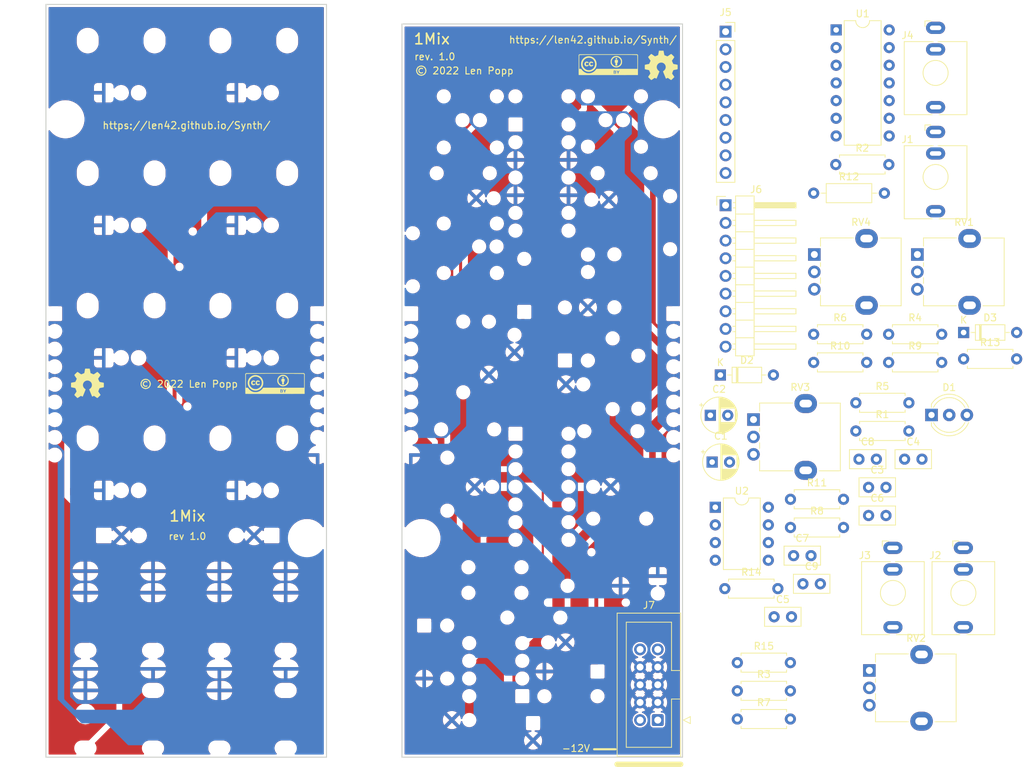
<source format=kicad_pcb>
(kicad_pcb (version 20211014) (generator pcbnew)
  (title_block (title "Eurorack Mixer") (date "2022-11-13") (rev "1.0") (company "Len Popp") (comment 1 "Copyright © 2022 Len Popp CC BY") (comment 2 "Board settings comply with requirements of OSH Park https://oshpark.com/") (comment 3 "Eurorack 3:1 mixer module - 4HP"))
  (layers (0 "F.Cu" signal) (31 "B.Cu" signal) (36 "B.SilkS" user "B.Silkscreen") (37 "F.SilkS" user "F.Silkscreen") (38 "B.Mask" user) (39 "F.Mask" user) (44 "Edge.Cuts" user))
  (net 0 "")
  (net 1 "+12V")
  (net 2 "GND")
  (net 3 "-12V")
  (net 4 "GAIN")
  (net 5 "Net-(C9-Pad1)")
  (net 6 "Net-(C7-Pad1)")
  (net 7 "Net-(C8-Pad1)")
  (net 8 "Net-(C9-Pad2)")
  (net 9 "LED-RED")
  (net 10 "LED-GREEN")
  (net 11 "IN-1")
  (net 12 "IN-2")
  (net 13 "IN-3")
  (net 14 "OUT")
  (net 15 "IN-ATTEN-1")
  (net 16 "IN-ATTEN-2")
  (net 17 "IN-ATTEN-3")
  (net 18 "GAIN-ATTEN")
  (net 19 "Net-(R13-Pad1)")
  (net 20 "Net-(R14-Pad1)")
  (net 21 "Net-(R15-Pad1)")
  (net 25 "VREF-5")
  (net 26 "VREF-4")
  (net 27 "VREF-LO")
  (footprint "-lmp-misc:Logo_CC_BY" (layer "F.Cu") (at 181.102 45.481)
    (fp_text reference "G1" hide)
    (fp_text value "Logo_CC_BY" hide)
  )
  (footprint "-lmp-misc:Logo_OSHW" (layer "F.Cu") (at 188.722 45.608)
    (fp_text reference "G3" hide)
    (fp_text value "Logo_OSHW" hide)
  )
  (footprint "-lmp-misc:Logo_CC_BY" (layer "F.Cu") (at 133.223 91.313)
    (fp_text reference "G2" hide)
    (fp_text value "Logo_CC_BY" hide)
  )
  (footprint "-lmp-misc:Logo_OSHW" (layer "F.Cu") (at 106.299 91.313)
    (fp_text reference "G4" hide)
    (fp_text value "Logo_OSHW" hide)
  )
  (footprint "-lmp-misc:R_Axial_DIN0207_L6.3mm_D2.5mm_P7.62mm_Horizontal" (layer "F.Cu") (at 199.644 131.445)
    (fp_text reference "R15" (at 3.81 -2.37) (layer "F.SilkS"))
    (fp_text value "4K7")
    (pad "1" thru_hole circle locked (at 0 0) (size 1.6 1.6) (drill 0.8) (layers *.Cu *.Mask) (net 21 "Net-(R15-Pad1)"))
    (pad "2" thru_hole oval locked (at 7.62 0) (size 1.6 1.6) (drill 0.8) (layers *.Cu *.Mask) (net 9 "LED-RED"))
  )
  (footprint "-lmp-misc:C_Disc_D5.0mm_W2.5mm_P2.50mm" (layer "F.Cu") (at 218.499 106.243)
    (fp_text reference "C3" (at 1.25 -2.5) (layer "F.SilkS"))
    (fp_text value "100N")
    (pad "1" thru_hole circle locked (at 0 0) (size 1.6 1.6) (drill 0.8) (layers *.Cu *.Mask) (net 1 "+12V"))
    (pad "2" thru_hole circle locked (at 2.5 0) (size 1.6 1.6) (drill 0.8) (layers *.Cu *.Mask) (net 2 "GND"))
  )
  (footprint "-lmp-synth:Jack_3.5mm_QingPu_WQP-PJ398SM_Vertical" (layer "F.Cu") (at 232.116 114.945)
    (fp_text reference "J2" (at -4.03 1.08 180) (layer "F.SilkS"))
    (fp_text value "WQP-PJ398")
    (pad "S" thru_hole oval (at 0 0 180) (size 2.75 1.75) (drill oval 1.65 0.65) (layers *.Cu *.Mask) (net 2 "GND"))
    (pad "T" thru_hole oval (at 0 11.4 180) (size 2.75 1.75) (drill oval 1.65 0.65) (layers *.Cu *.Mask) (net 12 "IN-2"))
    (pad "TN" thru_hole oval (at 0 3.1 180) (size 2.75 1.75) (drill oval 1.65 0.65) (layers *.Cu *.Mask) (net 2 "GND"))
  )
  (footprint "-lmp-misc:R_Axial_DIN0207_L6.3mm_D2.5mm_P7.62mm_Horizontal" (layer "F.Cu") (at 210.609225 88.287)
    (fp_text reference "R10" (at 3.81 -2.37) (layer "F.SilkS"))
    (fp_text value "100K")
    (pad "1" thru_hole circle locked (at 0 0) (size 1.6 1.6) (drill 0.8) (layers *.Cu *.Mask) (net 18 "GAIN-ATTEN"))
    (pad "2" thru_hole oval locked (at 7.62 0) (size 1.6 1.6) (drill 0.8) (layers *.Cu *.Mask) (net 5 "Net-(C9-Pad1)"))
  )
  (footprint "Connector_PinSocket_2.54mm:PinSocket_1x09_P2.54mm_Vertical" (layer "F.Cu") (at 197.959225 40.747)
    (fp_text reference "J5" (at 0 -2.77) (layer "F.SilkS"))
    (fp_text value "Conn_PCB_Front")
    (pad "1" thru_hole rect (at 0 0) (size 1.7 1.7) (drill 1) (layers *.Cu *.Mask) (net 15 "IN-ATTEN-1"))
    (pad "2" thru_hole oval (at 0 2.54) (size 1.7 1.7) (drill 1) (layers *.Cu *.Mask) (net 16 "IN-ATTEN-2"))
    (pad "3" thru_hole oval (at 0 5.08) (size 1.7 1.7) (drill 1) (layers *.Cu *.Mask) (net 17 "IN-ATTEN-3"))
    (pad "4" thru_hole oval (at 0 7.62) (size 1.7 1.7) (drill 1) (layers *.Cu *.Mask) (net 4 "GAIN"))
    (pad "5" thru_hole oval (at 0 10.16) (size 1.7 1.7) (drill 1) (layers *.Cu *.Mask) (net 18 "GAIN-ATTEN"))
    (pad "6" thru_hole oval (at 0 12.7) (size 1.7 1.7) (drill 1) (layers *.Cu *.Mask) (net 10 "LED-GREEN"))
    (pad "7" thru_hole oval (at 0 15.24) (size 1.7 1.7) (drill 1) (layers *.Cu *.Mask) (net 9 "LED-RED"))
    (pad "8" thru_hole oval (at 0 17.78) (size 1.7 1.7) (drill 1) (layers *.Cu *.Mask) (net 14 "OUT"))
    (pad "9" thru_hole oval (at 0 20.32) (size 1.7 1.7) (drill 1) (layers *.Cu *.Mask) (net 2 "GND"))
  )
  (footprint "Package_DIP:DIP-8_W7.62mm" (layer "F.Cu") (at 196.479 109.103)
    (fp_text reference "U2" (at 3.81 -2.33) (layer "F.SilkS"))
    (fp_text value "TL071")
    (pad "1" thru_hole rect (at 0 0) (size 1.6 1.6) (drill 0.8) (layers *.Cu *.Mask))
    (pad "2" thru_hole oval (at 0 2.54) (size 1.6 1.6) (drill 0.8) (layers *.Cu *.Mask) (net 26 "VREF-4"))
    (pad "3" thru_hole oval (at 0 5.08) (size 1.6 1.6) (drill 0.8) (layers *.Cu *.Mask) (net 7 "Net-(C8-Pad1)"))
    (pad "4" thru_hole oval (at 0 7.62) (size 1.6 1.6) (drill 0.8) (layers *.Cu *.Mask) (net 3 "-12V"))
    (pad "5" thru_hole oval (at 7.62 7.62) (size 1.6 1.6) (drill 0.8) (layers *.Cu *.Mask))
    (pad "6" thru_hole oval (at 7.62 5.08) (size 1.6 1.6) (drill 0.8) (layers *.Cu *.Mask) (net 21 "Net-(R15-Pad1)"))
    (pad "7" thru_hole oval (at 7.62 2.54) (size 1.6 1.6) (drill 0.8) (layers *.Cu *.Mask) (net 1 "+12V"))
    (pad "8" thru_hole oval (at 7.62 0) (size 1.6 1.6) (drill 0.8) (layers *.Cu *.Mask))
  )
  (footprint "Package_DIP:DIP-14_W7.62mm" (layer "F.Cu") (at 213.839225 40.497)
    (fp_text reference "U1" (at 3.81 -2.33) (layer "F.SilkS"))
    (fp_text value "TL074")
    (pad "1" thru_hole rect (at 0 0) (size 1.6 1.6) (drill 0.8) (layers *.Cu *.Mask) (net 4 "GAIN"))
    (pad "2" thru_hole oval (at 0 2.54) (size 1.6 1.6) (drill 0.8) (layers *.Cu *.Mask) (net 6 "Net-(C7-Pad1)"))
    (pad "3" thru_hole oval (at 0 5.08) (size 1.6 1.6) (drill 0.8) (layers *.Cu *.Mask) (net 2 "GND"))
    (pad "4" thru_hole oval (at 0 7.62) (size 1.6 1.6) (drill 0.8) (layers *.Cu *.Mask) (net 1 "+12V"))
    (pad "5" thru_hole oval (at 0 10.16) (size 1.6 1.6) (drill 0.8) (layers *.Cu *.Mask) (net 7 "Net-(C8-Pad1)"))
    (pad "6" thru_hole oval (at 0 12.7) (size 1.6 1.6) (drill 0.8) (layers *.Cu *.Mask) (net 27 "VREF-LO"))
    (pad "7" thru_hole oval (at 0 15.24) (size 1.6 1.6) (drill 0.8) (layers *.Cu *.Mask) (net 20 "Net-(R14-Pad1)"))
    (pad "8" thru_hole oval (at 7.62 15.24) (size 1.6 1.6) (drill 0.8) (layers *.Cu *.Mask) (net 19 "Net-(R13-Pad1)"))
    (pad "9" thru_hole oval (at 7.62 12.7) (size 1.6 1.6) (drill 0.8) (layers *.Cu *.Mask) (net 7 "Net-(C8-Pad1)"))
    (pad "10" thru_hole oval (at 7.62 10.16) (size 1.6 1.6) (drill 0.8) (layers *.Cu *.Mask) (net 25 "VREF-5"))
    (pad "11" thru_hole oval (at 7.62 7.62) (size 1.6 1.6) (drill 0.8) (layers *.Cu *.Mask) (net 3 "-12V"))
    (pad "12" thru_hole oval (at 7.62 5.08) (size 1.6 1.6) (drill 0.8) (layers *.Cu *.Mask) (net 2 "GND"))
    (pad "13" thru_hole oval (at 7.62 2.54) (size 1.6 1.6) (drill 0.8) (layers *.Cu *.Mask) (net 5 "Net-(C9-Pad1)"))
    (pad "14" thru_hole oval (at 7.62 0) (size 1.6 1.6) (drill 0.8) (layers *.Cu *.Mask) (net 8 "Net-(C9-Pad2)"))
  )
  (footprint "-lmp-misc:R_Axial_DIN0207_L6.3mm_D2.5mm_P7.62mm_Horizontal" (layer "F.Cu") (at 210.609225 84.237)
    (fp_text reference "R6" (at 3.81 -2.37) (layer "F.SilkS"))
    (fp_text value "100K")
    (pad "1" thru_hole circle locked (at 0 0) (size 1.6 1.6) (drill 0.8) (layers *.Cu *.Mask) (net 16 "IN-ATTEN-2"))
    (pad "2" thru_hole oval locked (at 7.62 0) (size 1.6 1.6) (drill 0.8) (layers *.Cu *.Mask) (net 6 "Net-(C7-Pad1)"))
  )
  (footprint "-lmp-misc:C_Disc_D5.0mm_W2.5mm_P2.50mm" (layer "F.Cu") (at 204.929 124.853)
    (fp_text reference "C5" (at 1.25 -2.5) (layer "F.SilkS"))
    (fp_text value "100N")
    (pad "1" thru_hole circle locked (at 0 0) (size 1.6 1.6) (drill 0.8) (layers *.Cu *.Mask) (net 1 "+12V"))
    (pad "2" thru_hole circle locked (at 2.5 0) (size 1.6 1.6) (drill 0.8) (layers *.Cu *.Mask) (net 2 "GND"))
  )
  (footprint "-lmp-misc:R_Axial_DIN0207_L6.3mm_D2.5mm_P7.62mm_Horizontal" (layer "F.Cu") (at 207.279 112.013)
    (fp_text reference "R8" (at 3.81 -2.37) (layer "F.SilkS"))
    (fp_text value "100K")
    (pad "1" thru_hole circle locked (at 0 0) (size 1.6 1.6) (drill 0.8) (layers *.Cu *.Mask) (net 6 "Net-(C7-Pad1)"))
    (pad "2" thru_hole oval locked (at 7.62 0) (size 1.6 1.6) (drill 0.8) (layers *.Cu *.Mask) (net 4 "GAIN"))
  )
  (footprint "Diode_THT:D_DO-35_SOD27_P7.62mm_Horizontal" (layer "F.Cu") (at 197.209225 90.097)
    (fp_text reference "D2" (at 3.81 -2.12) (layer "F.SilkS"))
    (fp_text value "1N4148")
    (fp_text user "K" (at 0 -1.8) (layer "F.SilkS"))
    (pad "1" thru_hole rect (at 0 0) (size 1.6 1.6) (drill 0.8) (layers *.Cu *.Mask) (net 7 "Net-(C8-Pad1)"))
    (pad "2" thru_hole oval (at 7.62 0) (size 1.6 1.6) (drill 0.8) (layers *.Cu *.Mask) (net 8 "Net-(C9-Pad2)"))
  )
  (footprint "-lmp-misc:CP_Radial_D5.0mm_P2.50mm" (layer "F.Cu") (at 195.771888 95.885)
    (fp_text reference "C2" (at 1.25 -3.75) (layer "F.SilkS"))
    (fp_text value "10U")
    (pad "1" thru_hole rect locked (at 0 0) (size 1.6 1.6) (drill 0.8) (layers *.Cu *.Mask) (net 2 "GND"))
    (pad "2" thru_hole circle locked (at 2.5 0) (size 1.6 1.6) (drill 0.8) (layers *.Cu *.Mask) (net 3 "-12V"))
  )
  (footprint "Connector_PinHeader_2.54mm:PinHeader_1x09_P2.54mm_Horizontal" (layer "F.Cu") (at 197.959225 65.697)
    (fp_text reference "J6" (at 4.385 -2.27) (layer "F.SilkS"))
    (fp_text value "Conn_PCB_Back")
    (pad "1" thru_hole rect (at 0 0) (size 1.7 1.7) (drill 1) (layers *.Cu *.Mask) (net 15 "IN-ATTEN-1"))
    (pad "2" thru_hole oval (at 0 2.54) (size 1.7 1.7) (drill 1) (layers *.Cu *.Mask) (net 16 "IN-ATTEN-2"))
    (pad "3" thru_hole oval (at 0 5.08) (size 1.7 1.7) (drill 1) (layers *.Cu *.Mask) (net 17 "IN-ATTEN-3"))
    (pad "4" thru_hole oval (at 0 7.62) (size 1.7 1.7) (drill 1) (layers *.Cu *.Mask) (net 4 "GAIN"))
    (pad "5" thru_hole oval (at 0 10.16) (size 1.7 1.7) (drill 1) (layers *.Cu *.Mask) (net 18 "GAIN-ATTEN"))
    (pad "6" thru_hole oval (at 0 12.7) (size 1.7 1.7) (drill 1) (layers *.Cu *.Mask) (net 10 "LED-GREEN"))
    (pad "7" thru_hole oval (at 0 15.24) (size 1.7 1.7) (drill 1) (layers *.Cu *.Mask) (net 9 "LED-RED"))
    (pad "8" thru_hole oval (at 0 17.78) (size 1.7 1.7) (drill 1) (layers *.Cu *.Mask) (net 14 "OUT"))
    (pad "9" thru_hole oval (at 0 20.32) (size 1.7 1.7) (drill 1) (layers *.Cu *.Mask) (net 2 "GND"))
  )
  (footprint "-lmp-synth:Jack_3.5mm_QingPu_WQP-PJ398SM_Vertical" (layer "F.Cu") (at 221.996 114.945)
    (fp_text reference "J3" (at -4.03 1.08 180) (layer "F.SilkS"))
    (fp_text value "WQP-PJ398")
    (pad "S" thru_hole oval (at 0 0 180) (size 2.75 1.75) (drill oval 1.65 0.65) (layers *.Cu *.Mask) (net 2 "GND"))
    (pad "T" thru_hole oval (at 0 11.4 180) (size 2.75 1.75) (drill oval 1.65 0.65) (layers *.Cu *.Mask) (net 13 "IN-3"))
    (pad "TN" thru_hole oval (at 0 3.1 180) (size 2.75 1.75) (drill oval 1.65 0.65) (layers *.Cu *.Mask) (net 2 "GND"))
  )
  (footprint "-lmp-misc:R_Axial_DIN0207_L6.3mm_D2.5mm_P7.62mm_Horizontal" (layer "F.Cu") (at 207.279 107.963)
    (fp_text reference "R11" (at 3.81 -2.37) (layer "F.SilkS"))
    (fp_text value "100K")
    (pad "1" thru_hole circle locked (at 0 0) (size 1.6 1.6) (drill 0.8) (layers *.Cu *.Mask) (net 5 "Net-(C9-Pad1)"))
    (pad "2" thru_hole oval locked (at 7.62 0) (size 1.6 1.6) (drill 0.8) (layers *.Cu *.Mask) (net 8 "Net-(C9-Pad2)"))
  )
  (footprint "-lmp-misc:C_Disc_D5.0mm_W2.5mm_P2.50mm" (layer "F.Cu") (at 207.729 116.063)
    (fp_text reference "C7" (at 1.25 -2.5) (layer "F.SilkS"))
    (fp_text value "5P6")
    (pad "1" thru_hole circle locked (at 0 0) (size 1.6 1.6) (drill 0.8) (layers *.Cu *.Mask) (net 6 "Net-(C7-Pad1)"))
    (pad "2" thru_hole circle locked (at 2.5 0) (size 1.6 1.6) (drill 0.8) (layers *.Cu *.Mask) (net 4 "GAIN"))
  )
  (footprint "-lmp-misc:R_Axial_DIN0207_L6.3mm_D2.5mm_P7.62mm_Horizontal" (layer "F.Cu") (at 197.849 120.803)
    (fp_text reference "R14" (at 3.81 -2.37) (layer "F.SilkS"))
    (fp_text value "10K")
    (pad "1" thru_hole circle locked (at 0 0) (size 1.6 1.6) (drill 0.8) (layers *.Cu *.Mask) (net 20 "Net-(R14-Pad1)"))
    (pad "2" thru_hole oval locked (at 7.62 0) (size 1.6 1.6) (drill 0.8) (layers *.Cu *.Mask) (net 10 "LED-GREEN"))
  )
  (footprint "-lmp-misc:R_Axial_DIN0207_L6.3mm_D2.5mm_P10.16mm_Horizontal" (layer "F.Cu") (at 210.609225 63.957)
    (fp_text reference "R12" (at 5.08 -2.37) (layer "F.SilkS"))
    (fp_text value "51R")
    (pad "1" thru_hole circle locked (at 0 0) (size 1.6 1.6) (drill 0.8) (layers *.Cu *.Mask) (net 8 "Net-(C9-Pad2)"))
    (pad "2" thru_hole oval locked (at 10.16 0) (size 1.6 1.6) (drill 0.8) (layers *.Cu *.Mask) (net 14 "OUT"))
  )
  (footprint "-lmp-misc:R_Axial_DIN0207_L6.3mm_D2.5mm_P7.62mm_Horizontal" (layer "F.Cu") (at 216.669 94.093)
    (fp_text reference "R5" (at 3.81 -2.37) (layer "F.SilkS"))
    (fp_text value "100K")
    (pad "1" thru_hole circle locked (at 0 0) (size 1.6 1.6) (drill 0.8) (layers *.Cu *.Mask) (net 15 "IN-ATTEN-1"))
    (pad "2" thru_hole oval locked (at 7.62 0) (size 1.6 1.6) (drill 0.8) (layers *.Cu *.Mask) (net 6 "Net-(C7-Pad1)"))
  )
  (footprint "LED_THT:LED_D5.0mm-3" (layer "F.Cu") (at 227.539 95.843)
    (fp_text reference "D1" (at 2.54 -3.96) (layer "F.SilkS"))
    (fp_text value "LED_Dual_5mm_ACA")
    (pad "1" thru_hole rect (at 0 0) (size 1.8 1.8) (drill 0.9) (layers *.Cu *.Mask) (net 9 "LED-RED"))
    (pad "2" thru_hole circle (at 2.54 0) (size 1.8 1.8) (drill 0.9) (layers *.Cu *.Mask) (net 2 "GND"))
    (pad "3" thru_hole circle (at 5.08 0) (size 1.8 1.8) (drill 0.9) (layers *.Cu *.Mask) (net 10 "LED-GREEN"))
  )
  (footprint "-lmp-misc:C_Disc_D5.0mm_W2.5mm_P2.50mm" (layer "F.Cu") (at 223.669 102.193)
    (fp_text reference "C4" (at 1.25 -2.5) (layer "F.SilkS"))
    (fp_text value "100N")
    (pad "1" thru_hole circle locked (at 0 0) (size 1.6 1.6) (drill 0.8) (layers *.Cu *.Mask) (net 2 "GND"))
    (pad "2" thru_hole circle locked (at 2.5 0) (size 1.6 1.6) (drill 0.8) (layers *.Cu *.Mask) (net 3 "-12V"))
  )
  (footprint "-lmp-misc:C_Disc_D5.0mm_W2.5mm_P2.50mm" (layer "F.Cu") (at 217.119 102.193)
    (fp_text reference "C8" (at 1.25 -2.5) (layer "F.SilkS"))
    (fp_text value "100N")
    (pad "1" thru_hole circle locked (at 0 0) (size 1.6 1.6) (drill 0.8) (layers *.Cu *.Mask) (net 7 "Net-(C8-Pad1)"))
    (pad "2" thru_hole circle locked (at 2.5 0) (size 1.6 1.6) (drill 0.8) (layers *.Cu *.Mask) (net 2 "GND"))
  )
  (footprint "-lmp-misc:CP_Radial_D5.0mm_P2.50mm" (layer "F.Cu") (at 196.025888 102.616)
    (fp_text reference "C1" (at 1.25 -3.75) (layer "F.SilkS"))
    (fp_text value "10U")
    (pad "1" thru_hole rect locked (at 0 0) (size 1.6 1.6) (drill 0.8) (layers *.Cu *.Mask) (net 1 "+12V"))
    (pad "2" thru_hole circle locked (at 2.5 0) (size 1.6 1.6) (drill 0.8) (layers *.Cu *.Mask) (net 2 "GND"))
  )
  (footprint "-lmp-synth:Potentiometer_Alpha_RD901F-40-00D_Single_Vertical" (layer "F.Cu") (at 210.709225 72.777)
    (fp_text reference "RV4" (at 6.71 -4.64 180) (layer "F.SilkS"))
    (fp_text value "100K")
    (pad "" thru_hole oval (at 7.5 -2.3 90) (size 2.72 3.24) (drill oval 1.1 1.8) (layers *.Cu *.Mask))
    (pad "" thru_hole oval (at 7.5 7.3 90) (size 2.72 3.24) (drill oval 1.1 1.8) (layers *.Cu *.Mask))
    (pad "1" thru_hole rect (at 0 0 90) (size 1.8 1.8) (drill 1) (layers *.Cu *.Mask) (net 2 "GND"))
    (pad "2" thru_hole circle (at 0 2.5 90) (size 1.8 1.8) (drill 1) (layers *.Cu *.Mask) (net 18 "GAIN-ATTEN"))
    (pad "3" thru_hole circle (at 0 5 90) (size 1.8 1.8) (drill 1) (layers *.Cu *.Mask) (net 4 "GAIN"))
  )
  (footprint "-lmp-misc:R_Axial_DIN0207_L6.3mm_D2.5mm_P7.62mm_Horizontal" (layer "F.Cu") (at 199.644 139.545)
    (fp_text reference "R7" (at 3.81 -2.37) (layer "F.SilkS"))
    (fp_text value "100K")
    (pad "1" thru_hole circle locked (at 0 0) (size 1.6 1.6) (drill 0.8) (layers *.Cu *.Mask) (net 17 "IN-ATTEN-3"))
    (pad "2" thru_hole oval locked (at 7.62 0) (size 1.6 1.6) (drill 0.8) (layers *.Cu *.Mask) (net 6 "Net-(C7-Pad1)"))
  )
  (footprint "-lmp-misc:R_Axial_DIN0207_L6.3mm_D2.5mm_P7.62mm_Horizontal" (layer "F.Cu") (at 221.379225 88.287)
    (fp_text reference "R9" (at 3.81 -2.37) (layer "F.SilkS"))
    (fp_text value "100K")
    (pad "1" thru_hole circle locked (at 0 0) (size 1.6 1.6) (drill 0.8) (layers *.Cu *.Mask) (net 2 "GND"))
    (pad "2" thru_hole oval locked (at 7.62 0) (size 1.6 1.6) (drill 0.8) (layers *.Cu *.Mask) (net 7 "Net-(C8-Pad1)"))
  )
  (footprint "-lmp-misc:R_Axial_DIN0207_L6.3mm_D2.5mm_P7.62mm_Horizontal" (layer "F.Cu") (at 213.789225 59.847)
    (fp_text reference "R2" (at 3.81 -2.37) (layer "F.SilkS"))
    (fp_text value "11K")
    (pad "1" thru_hole circle locked (at 0 0) (size 1.6 1.6) (drill 0.8) (layers *.Cu *.Mask) (net 25 "VREF-5"))
    (pad "2" thru_hole oval locked (at 7.62 0) (size 1.6 1.6) (drill 0.8) (layers *.Cu *.Mask) (net 26 "VREF-4"))
  )
  (footprint "-lmp-synth:Potentiometer_Alpha_RD901F-40-00D_Single_Vertical" (layer "F.Cu") (at 201.969 96.503)
    (fp_text reference "RV3" (at 6.71 -4.64 180) (layer "F.SilkS"))
    (fp_text value "100K")
    (pad "" thru_hole oval (at 7.5 7.3 90) (size 2.72 3.24) (drill oval 1.1 1.8) (layers *.Cu *.Mask))
    (pad "" thru_hole oval (at 7.5 -2.3 90) (size 2.72 3.24) (drill oval 1.1 1.8) (layers *.Cu *.Mask))
    (pad "1" thru_hole rect (at 0 0 90) (size 1.8 1.8) (drill 1) (layers *.Cu *.Mask) (net 2 "GND"))
    (pad "2" thru_hole circle (at 0 2.5 90) (size 1.8 1.8) (drill 1) (layers *.Cu *.Mask) (net 17 "IN-ATTEN-3"))
    (pad "3" thru_hole circle (at 0 5 90) (size 1.8 1.8) (drill 1) (layers *.Cu *.Mask) (net 13 "IN-3"))
  )
  (footprint "-lmp-misc:R_Axial_DIN0207_L6.3mm_D2.5mm_P7.62mm_Horizontal" (layer "F.Cu") (at 221.379225 84.237)
    (fp_text reference "R4" (at 3.81 -2.37) (layer "F.SilkS"))
    (fp_text value "200R")
    (pad "1" thru_hole circle locked (at 0 0) (size 1.6 1.6) (drill 0.8) (layers *.Cu *.Mask) (net 27 "VREF-LO"))
    (pad "2" thru_hole oval locked (at 7.62 0) (size 1.6 1.6) (drill 0.8) (layers *.Cu *.Mask) (net 2 "GND"))
  )
  (footprint "-lmp-misc:C_Disc_D5.0mm_W2.5mm_P2.50mm" (layer "F.Cu") (at 218.499 110.293)
    (fp_text reference "C6" (at 1.25 -2.5) (layer "F.SilkS"))
    (fp_text value "100N")
    (pad "1" thru_hole circle locked (at 0 0) (size 1.6 1.6) (drill 0.8) (layers *.Cu *.Mask) (net 2 "GND"))
    (pad "2" thru_hole circle locked (at 2.5 0) (size 1.6 1.6) (drill 0.8) (layers *.Cu *.Mask) (net 3 "-12V"))
  )
  (footprint "-lmp-misc:R_Axial_DIN0207_L6.3mm_D2.5mm_P7.62mm_Horizontal" (layer "F.Cu") (at 216.669 98.143)
    (fp_text reference "R1" (at 3.81 -2.37) (layer "F.SilkS"))
    (fp_text value "75K")
    (pad "1" thru_hole circle locked (at 0 0) (size 1.6 1.6) (drill 0.8) (layers *.Cu *.Mask) (net 1 "+12V"))
    (pad "2" thru_hole oval locked (at 7.62 0) (size 1.6 1.6) (drill 0.8) (layers *.Cu *.Mask) (net 25 "VREF-5"))
  )
  (footprint "-lmp-synth:Jack_3.5mm_QingPu_WQP-PJ398SM_Vertical" (layer "F.Cu") (at 228.124225 40.197)
    (fp_text reference "J4" (at -4.03 1.08 180) (layer "F.SilkS"))
    (fp_text value "WQP-PJ398")
    (pad "S" thru_hole oval (at 0 0 180) (size 2.75 1.75) (drill oval 1.65 0.65) (layers *.Cu *.Mask) (net 2 "GND"))
    (pad "T" thru_hole oval (at 0 11.4 180) (size 2.75 1.75) (drill oval 1.65 0.65) (layers *.Cu *.Mask) (net 14 "OUT"))
    (pad "TN" thru_hole oval (at 0 3.1 180) (size 2.75 1.75) (drill oval 1.65 0.65) (layers *.Cu *.Mask) (net 2 "GND"))
  )
  (footprint "-lmp-misc:R_Axial_DIN0207_L6.3mm_D2.5mm_P7.62mm_Horizontal" (layer "F.Cu") (at 199.644 135.495)
    (fp_text reference "R3" (at 3.81 -2.37) (layer "F.SilkS"))
    (fp_text value "36K")
    (pad "1" thru_hole circle locked (at 0 0) (size 1.6 1.6) (drill 0.8) (layers *.Cu *.Mask) (net 26 "VREF-4"))
    (pad "2" thru_hole oval locked (at 7.62 0) (size 1.6 1.6) (drill 0.8) (layers *.Cu *.Mask) (net 27 "VREF-LO"))
  )
  (footprint "-lmp-synth:Jack_3.5mm_QingPu_WQP-PJ398SM_Vertical" (layer "F.Cu") (at 228.124225 55.157)
    (fp_text reference "J1" (at -4.03 1.08 180) (layer "F.SilkS"))
    (fp_text value "WQP-PJ398")
    (pad "S" thru_hole oval (at 0 0 180) (size 2.75 1.75) (drill oval 1.65 0.65) (layers *.Cu *.Mask) (net 2 "GND"))
    (pad "T" thru_hole oval (at 0 11.4 180) (size 2.75 1.75) (drill oval 1.65 0.65) (layers *.Cu *.Mask) (net 11 "IN-1"))
    (pad "TN" thru_hole oval (at 0 3.1 180) (size 2.75 1.75) (drill oval 1.65 0.65) (layers *.Cu *.Mask) (net 2 "GND"))
  )
  (footprint "-lmp-synth:Potentiometer_Alpha_RD901F-40-00D_Single_Vertical" (layer "F.Cu") (at 218.611 132.565)
    (fp_text reference "RV2" (at 6.71 -4.64 180) (layer "F.SilkS"))
    (fp_text value "100K")
    (pad "" thru_hole oval (at 7.5 -2.3 90) (size 2.72 3.24) (drill oval 1.1 1.8) (layers *.Cu *.Mask))
    (pad "" thru_hole oval (at 7.5 7.3 90) (size 2.72 3.24) (drill oval 1.1 1.8) (layers *.Cu *.Mask))
    (pad "1" thru_hole rect (at 0 0 90) (size 1.8 1.8) (drill 1) (layers *.Cu *.Mask) (net 2 "GND"))
    (pad "2" thru_hole circle (at 0 2.5 90) (size 1.8 1.8) (drill 1) (layers *.Cu *.Mask) (net 16 "IN-ATTEN-2"))
    (pad "3" thru_hole circle (at 0 5 90) (size 1.8 1.8) (drill 1) (layers *.Cu *.Mask) (net 12 "IN-2"))
  )
  (footprint "Diode_THT:D_DO-35_SOD27_P7.62mm_Horizontal" (layer "F.Cu") (at 232.149225 83.987)
    (fp_text reference "D3" (at 3.81 -2.12) (layer "F.SilkS"))
    (fp_text value "1N4148")
    (fp_text user "K" (at 0 -1.8) (layer "F.SilkS"))
    (pad "1" thru_hole rect (at 0 0) (size 1.6 1.6) (drill 0.8) (layers *.Cu *.Mask) (net 9 "LED-RED"))
    (pad "2" thru_hole oval (at 7.62 0) (size 1.6 1.6) (drill 0.8) (layers *.Cu *.Mask) (net 2 "GND"))
  )
  (footprint "-lmp-synth:IDC-Header-Eurorack-10-TH" (layer "F.Cu") (at 188.214 139.7 180)
    (fp_text reference "J7" (at 1.27 16.51) (layer "F.SilkS"))
    (fp_text value "Conn_Eurorack_10")
    (pad "1" thru_hole roundrect locked (at 0 0 180) (size 1.7 1.7) (drill 1) (layers *.Cu *.Mask) (roundrect_rratio 0.147059) (net 3 "-12V"))
    (pad "2" thru_hole circle locked (at 2.54 0 180) (size 1.7 1.7) (drill 1) (layers *.Cu *.Mask) (net 3 "-12V"))
    (pad "3" thru_hole circle locked (at 0 2.54 180) (size 1.7 1.7) (drill 1) (layers *.Cu *.Mask) (net 2 "GND"))
    (pad "4" thru_hole circle locked (at 2.54 2.54 180) (size 1.7 1.7) (drill 1) (layers *.Cu *.Mask) (net 2 "GND"))
    (pad "5" thru_hole circle locked (at 0 5.08 180) (size 1.7 1.7) (drill 1) (layers *.Cu *.Mask) (net 2 "GND"))
    (pad "6" thru_hole circle locked (at 2.54 5.08 180) (size 1.7 1.7) (drill 1) (layers *.Cu *.Mask) (net 2 "GND"))
    (pad "7" thru_hole circle locked (at 0 7.62 180) (size 1.7 1.7) (drill 1) (layers *.Cu *.Mask) (net 2 "GND"))
    (pad "8" thru_hole circle locked (at 2.54 7.62 180) (size 1.7 1.7) (drill 1) (layers *.Cu *.Mask) (net 2 "GND"))
    (pad "9" thru_hole circle locked (at 0 10.16 180) (size 1.7 1.7) (drill 1) (layers *.Cu *.Mask) (net 1 "+12V"))
    (pad "10" thru_hole circle locked (at 2.54 10.16 180) (size 1.7 1.7) (drill 1) (layers *.Cu *.Mask) (net 1 "+12V"))
  )
  (footprint "-lmp-misc:R_Axial_DIN0207_L6.3mm_D2.5mm_P7.62mm_Horizontal" (layer "F.Cu") (at 232.149225 87.787)
    (fp_text reference "R13" (at 3.81 -2.37) (layer "F.SilkS"))
    (fp_text value "10K")
    (pad "1" thru_hole circle locked (at 0 0) (size 1.6 1.6) (drill 0.8) (layers *.Cu *.Mask) (net 19 "Net-(R13-Pad1)"))
    (pad "2" thru_hole oval locked (at 7.62 0) (size 1.6 1.6) (drill 0.8) (layers *.Cu *.Mask) (net 10 "LED-GREEN"))
  )
  (footprint "-lmp-synth:Potentiometer_Alpha_RD901F-40-00D_Single_Vertical" (layer "F.Cu") (at 225.509225 72.777)
    (fp_text reference "RV1" (at 6.71 -4.64 180) (layer "F.SilkS"))
    (fp_text value "100K")
    (pad "" thru_hole oval (at 7.5 -2.3 90) (size 2.72 3.24) (drill oval 1.1 1.8) (layers *.Cu *.Mask))
    (pad "" thru_hole oval (at 7.5 7.3 90) (size 2.72 3.24) (drill oval 1.1 1.8) (layers *.Cu *.Mask))
    (pad "1" thru_hole rect (at 0 0 90) (size 1.8 1.8) (drill 1) (layers *.Cu *.Mask) (net 2 "GND"))
    (pad "2" thru_hole circle (at 0 2.5 90) (size 1.8 1.8) (drill 1) (layers *.Cu *.Mask) (net 15 "IN-ATTEN-1"))
    (pad "3" thru_hole circle (at 0 5 90) (size 1.8 1.8) (drill 1) (layers *.Cu *.Mask) (net 11 "IN-1"))
  )
  (footprint "-lmp-misc:C_Disc_D5.0mm_W2.5mm_P2.50mm" (layer "F.Cu") (at 209.069 120.113)
    (fp_text reference "C9" (at 1.25 -2.5) (layer "F.SilkS"))
    (fp_text value "5P6")
    (pad "1" thru_hole circle locked (at 0 0) (size 1.6 1.6) (drill 0.8) (layers *.Cu *.Mask) (net 5 "Net-(C9-Pad1)"))
    (pad "2" thru_hole circle locked (at 2.5 0) (size 1.6 1.6) (drill 0.8) (layers *.Cu *.Mask) (net 8 "Net-(C9-Pad2)"))
  )
  (gr_line (start 182.1434 143.891) (end 179.07 143.891) (layer "F.SilkS") (width 0.3048))
  (gr_line (start 151.470004 145.034) (end 151.470004 39.639) (layer "Edge.Cuts") (width 0.1524))
  (gr_line (start 151.470004 39.639) (end 191.77 39.639) (layer "Edge.Cuts") (width 0.1524))
  (gr_line (start 140.629996 36.83) (end 140.629996 145.034) (layer "Edge.Cuts") (width 0.1524))
  (gr_line (start 140.629996 145.034) (end 100.33 145.034) (layer "Edge.Cuts") (width 0.1524))
  (gr_line (start 100.33 36.83) (end 140.629996 36.83) (layer "Edge.Cuts") (width 0.1524))
  (gr_line (start 191.77 145.034) (end 151.470004 145.034) (layer "Edge.Cuts") (width 0.1524))
  (gr_line (start 191.77 39.639) (end 191.77 145.034) (layer "Edge.Cuts") (width 0.1524))
  (gr_line (start 100.33 145.034) (end 100.33 36.83) (layer "Edge.Cuts") (width 0.1524))
  (gr_text "© 2022 Len Popp" (at 153.289 46.37) (layer "F.SilkS") (effects (font (size 1 1)) (justify left)))
  (gr_text "-12V" (at 178.562 143.764) (layer "F.SilkS") (effects (font (size 1 1)) (justify right)))
  (gr_text "1Mix" (at 153.035 41.798) (layer "F.SilkS") (effects (font (size 1.524 1.524) (thickness 0.2286)) (justify left)))
  (gr_text "1Mix" (at 120.65 110.38) (layer "F.SilkS") (effects (font (size 1.524 1.524) (thickness 0.2286))))
  (gr_text "rev ${REVISION}" (at 120.65 113.284) (layer "F.SilkS") (effects (font (size 1 1))))
  (gr_text "© 2022 Len Popp" (at 113.7 91.4) (layer "F.SilkS") (effects (font (size 1 1)) (justify left)))
  (gr_text "https://len42.github.io/Synth/" (at 166.751 41.925) (layer "F.SilkS") (effects (font (size 1.016 1.016) (thickness 0.1524)) (justify left)))
  (gr_text "rev. ${REVISION}" (at 153.162 44.338) (layer "F.SilkS") (effects (font (size 1 1)) (justify left)))
  (gr_text "https://len42.github.io/Synth/" (at 120.523 54.229) (layer "F.SilkS") (effects (font (size 1.016 1.016) (thickness 0.1524))))
  (zone (net 2) (net_name "GND") (layer "F.Cu") (connect_pads (clearance 0.2032)) (min_thickness 0.2032) (fill yes (thermal_gap 0.508) (thermal_bridge_width 0.508))
    (polygon (pts (xy 192.405 145.415) (xy 150.495 145.415) (xy 150.495 36.195) (xy 192.405 36.195)))
  )
  (zone (net 2) (net_name "GND") (layer "F.Cu") (connect_pads (clearance 0.2032)) (min_thickness 0.2032) (fill yes (thermal_gap 0.508) (thermal_bridge_width 0.508))
    (polygon (pts (xy 141.605 145.415) (xy 99.695 145.415) (xy 99.695 36.195) (xy 141.605 36.195)))
  )
  (zone (net 0) (net_name "") (layer "F.Cu") (connect_pads (clearance 0)) (min_thickness 0.254)
    (keepout (tracks not_allowed) (vias not_allowed) (pads allowed) (copperpour not_allowed) (footprints allowed))
    (fill (thermal_gap 0.508) (thermal_bridge_width 0.508))
    (polygon (pts (xy 105.985929 126.269529) (xy 106.449429 126.196129) (xy 106.867629 125.983029) (xy 107.199429 125.651229) (xy 107.412529 125.233029) (xy 107.485929 124.769529) (xy 107.412529 124.306029) (xy 107.199429 123.887829) (xy 106.867629 123.556029) (xy 106.449429 123.342929) (xy 105.985929 123.269529) (xy 105.522429 123.342929) (xy 105.104229 123.556029) (xy 104.772429 123.887829) (xy 104.559329 124.306029) (xy 104.485929 124.769529) (xy 104.559329 125.233029) (xy 104.772429 125.651229) (xy 105.104229 125.983029) (xy 105.522429 126.196129)))
  )
  (zone (net 0) (net_name "") (layer "F.Cu") (connect_pads (clearance 0)) (min_thickness 0.254)
    (keepout (tracks not_allowed) (vias not_allowed) (pads allowed) (copperpour not_allowed) (footprints allowed))
    (fill (thermal_gap 0.508) (thermal_bridge_width 0.508))
    (polygon (pts (xy 106.002639 140.312402) (xy 106.466139 140.239002) (xy 106.884339 140.025902) (xy 107.216139 139.694102) (xy 107.429239 139.275902) (xy 107.502639 138.812402) (xy 107.429239 138.348902) (xy 107.216139 137.930702) (xy 106.884339 137.598902) (xy 106.466139 137.385802) (xy 106.002639 137.312402) (xy 105.539139 137.385802) (xy 105.120939 137.598902) (xy 104.789139 137.930702) (xy 104.576039 138.348902) (xy 104.502639 138.812402) (xy 104.576039 139.275902) (xy 104.789139 139.694102) (xy 105.120939 140.025902) (xy 105.539139 140.239002)))
  )
  (zone (net 0) (net_name "") (layer "F.Cu") (connect_pads (clearance 0)) (min_thickness 0.254)
    (keepout (tracks not_allowed) (vias not_allowed) (pads allowed) (copperpour not_allowed) (footprints allowed))
    (fill (thermal_gap 0.508) (thermal_bridge_width 0.508))
    (polygon (pts (xy 115.714129 126.269529) (xy 116.177629 126.196129) (xy 116.595829 125.983029) (xy 116.927629 125.651229) (xy 117.140729 125.233029) (xy 117.214129 124.769529) (xy 117.140729 124.306029) (xy 116.927629 123.887829) (xy 116.595829 123.556029) (xy 116.177629 123.342929) (xy 115.714129 123.269529) (xy 115.250629 123.342929) (xy 114.832429 123.556029) (xy 114.500629 123.887829) (xy 114.287529 124.306029) (xy 114.214129 124.769529) (xy 114.287529 125.233029) (xy 114.500629 125.651229) (xy 114.832429 125.983029) (xy 115.250629 126.196129)))
  )
  (zone (net 0) (net_name "") (layer "F.Cu") (connect_pads (clearance 0)) (min_thickness 0.254)
    (keepout (tracks not_allowed) (vias not_allowed) (pads allowed) (copperpour not_allowed) (footprints allowed))
    (fill (thermal_gap 0.508) (thermal_bridge_width 0.508))
    (polygon (pts (xy 115.714129 140.315729) (xy 116.177629 140.242329) (xy 116.595829 140.029229) (xy 116.927629 139.697429) (xy 117.140729 139.279229) (xy 117.214129 138.815729) (xy 117.140729 138.352229) (xy 116.927629 137.934029) (xy 116.595829 137.602229) (xy 116.177629 137.389129) (xy 115.714129 137.315729) (xy 115.250629 137.389129) (xy 114.832429 137.602229) (xy 114.500629 137.934029) (xy 114.287529 138.352229) (xy 114.214129 138.815729) (xy 114.287529 139.279229) (xy 114.500629 139.697429) (xy 114.832429 140.029229) (xy 115.250629 140.242329)))
  )
  (zone (net 2) (net_name "GND") (layer "B.Cu") (connect_pads (clearance 0.2032)) (min_thickness 0.2032) (fill yes (thermal_gap 0.508) (thermal_bridge_width 0.508))
    (polygon (pts (xy 192.405 145.415) (xy 150.495 145.415) (xy 150.495 36.195) (xy 192.405 36.195)))
  )
  (zone (net 2) (net_name "GND") (layer "B.Cu") (connect_pads (clearance 0.2032)) (min_thickness 0.2032) (fill yes (thermal_gap 0.508) (thermal_bridge_width 0.508))
    (polygon (pts (xy 141.605 145.415) (xy 99.695 145.415) (xy 99.695 36.195) (xy 141.605 36.195)))
  )
)
</source>
